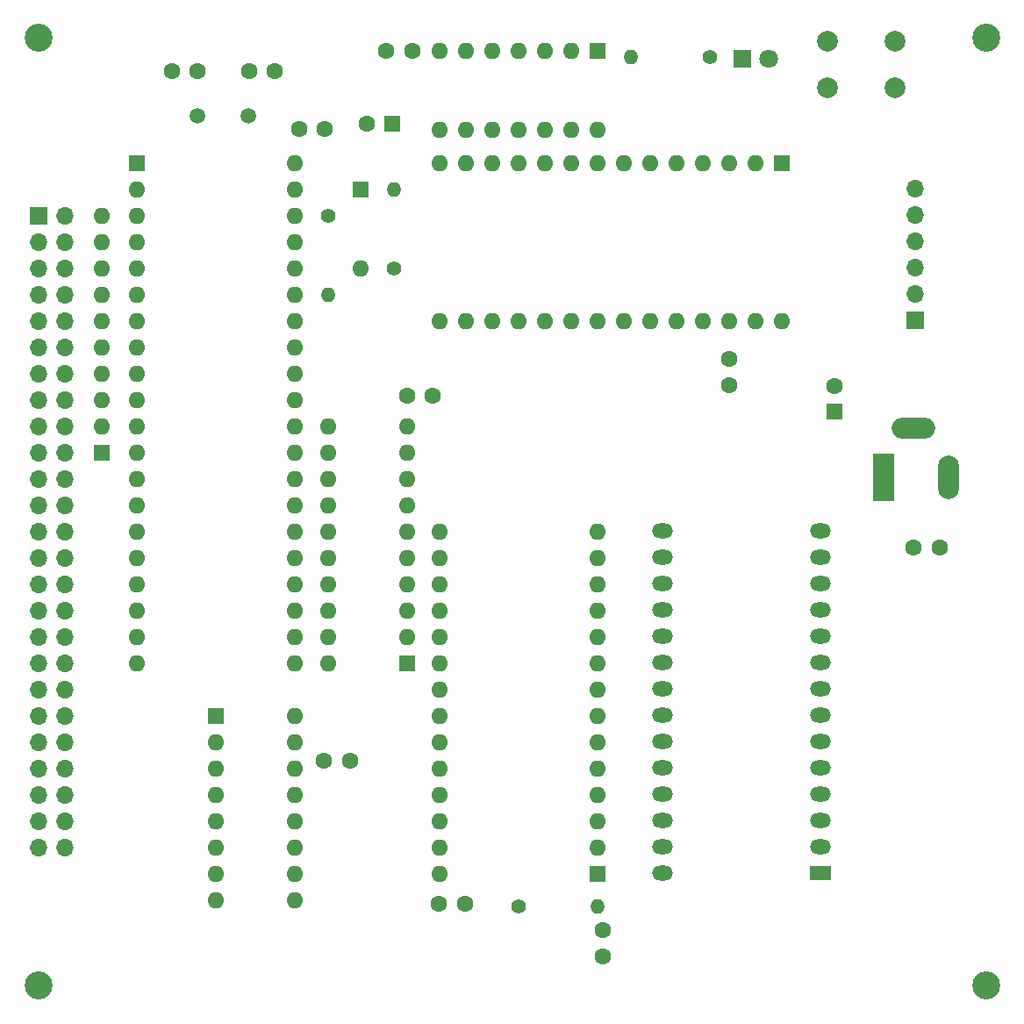
<source format=gbs>
G04 #@! TF.GenerationSoftware,KiCad,Pcbnew,6.0.2*
G04 #@! TF.CreationDate,2022-02-11T23:35:56-08:00*
G04 #@! TF.ProjectId,Easy8085,45617379-3830-4383-952e-6b696361645f,rev?*
G04 #@! TF.SameCoordinates,Original*
G04 #@! TF.FileFunction,Soldermask,Bot*
G04 #@! TF.FilePolarity,Negative*
%FSLAX46Y46*%
G04 Gerber Fmt 4.6, Leading zero omitted, Abs format (unit mm)*
G04 Created by KiCad (PCBNEW 6.0.2) date 2022-02-11 23:35:56*
%MOMM*%
%LPD*%
G01*
G04 APERTURE LIST*
%ADD10C,1.600000*%
%ADD11R,1.700000X1.700000*%
%ADD12O,1.700000X1.700000*%
%ADD13R,1.600000X1.600000*%
%ADD14O,1.600000X1.600000*%
%ADD15R,2.000000X4.600000*%
%ADD16O,2.000000X4.200000*%
%ADD17O,4.200000X2.000000*%
%ADD18C,2.700000*%
%ADD19C,1.400000*%
%ADD20O,1.400000X1.400000*%
%ADD21C,2.000000*%
%ADD22R,1.800000X1.800000*%
%ADD23C,1.800000*%
%ADD24R,2.000000X1.440000*%
%ADD25O,2.000000X1.440000*%
%ADD26C,1.500000*%
G04 APERTURE END LIST*
D10*
G04 #@! TO.C,C6*
X128230000Y-75184000D03*
X125730000Y-75184000D03*
G04 #@! TD*
G04 #@! TO.C,C1*
X105537000Y-43815000D03*
X103037000Y-43815000D03*
G04 #@! TD*
G04 #@! TO.C,C2*
X110490000Y-43815000D03*
X112990000Y-43815000D03*
G04 #@! TD*
D11*
G04 #@! TO.C,J3*
X174802800Y-67900000D03*
D12*
X174802800Y-65360000D03*
X174802800Y-62820000D03*
X174802800Y-60280000D03*
X174802800Y-57740000D03*
X174802800Y-55200000D03*
G04 #@! TD*
D13*
G04 #@! TO.C,U3*
X144150000Y-41920000D03*
D14*
X141610000Y-41920000D03*
X139070000Y-41920000D03*
X136530000Y-41920000D03*
X133990000Y-41920000D03*
X131450000Y-41920000D03*
X128910000Y-41920000D03*
X128910000Y-49540000D03*
X131450000Y-49540000D03*
X133990000Y-49540000D03*
X136530000Y-49540000D03*
X139070000Y-49540000D03*
X141610000Y-49540000D03*
X144150000Y-49540000D03*
G04 #@! TD*
D15*
G04 #@! TO.C,J2*
X171704000Y-83058000D03*
D16*
X178004000Y-83058000D03*
D17*
X174604000Y-78258000D03*
G04 #@! TD*
D18*
G04 #@! TO.C,H4*
X181610000Y-132080000D03*
G04 #@! TD*
D19*
G04 #@! TO.C,R4*
X136525000Y-124460000D03*
D20*
X144145000Y-124460000D03*
G04 #@! TD*
D10*
G04 #@! TO.C,C9*
X117729000Y-110363000D03*
X120229000Y-110363000D03*
G04 #@! TD*
G04 #@! TO.C,C12*
X144653000Y-126746000D03*
X144653000Y-129246000D03*
G04 #@! TD*
G04 #@! TO.C,C5*
X123718000Y-41910000D03*
X126218000Y-41910000D03*
G04 #@! TD*
D21*
G04 #@! TO.C,SW1*
X172795000Y-45430000D03*
X166295000Y-45430000D03*
X172795000Y-40930000D03*
X166295000Y-40930000D03*
G04 #@! TD*
D19*
G04 #@! TO.C,R2*
X118110000Y-57785000D03*
D20*
X118110000Y-65405000D03*
G04 #@! TD*
D10*
G04 #@! TO.C,C7*
X156845000Y-71628000D03*
X156845000Y-74128000D03*
G04 #@! TD*
D19*
G04 #@! TO.C,R3*
X154940000Y-42480000D03*
D20*
X147320000Y-42480000D03*
G04 #@! TD*
D13*
G04 #@! TO.C,RN1*
X96266000Y-80645000D03*
D14*
X96266000Y-78105000D03*
X96266000Y-75565000D03*
X96266000Y-73025000D03*
X96266000Y-70485000D03*
X96266000Y-67945000D03*
X96266000Y-65405000D03*
X96266000Y-62865000D03*
X96266000Y-60325000D03*
X96266000Y-57785000D03*
G04 #@! TD*
D10*
G04 #@! TO.C,C10*
X174625000Y-89789000D03*
X177125000Y-89789000D03*
G04 #@! TD*
D22*
G04 #@! TO.C,LED1*
X158115000Y-42680000D03*
D23*
X160655000Y-42680000D03*
G04 #@! TD*
D11*
G04 #@! TO.C,J1*
X90165000Y-57840000D03*
D12*
X92705000Y-57840000D03*
X90165000Y-60380000D03*
X92705000Y-60380000D03*
X90165000Y-62920000D03*
X92705000Y-62920000D03*
X90165000Y-65460000D03*
X92705000Y-65460000D03*
X90165000Y-68000000D03*
X92705000Y-68000000D03*
X90165000Y-70540000D03*
X92705000Y-70540000D03*
X90165000Y-73080000D03*
X92705000Y-73080000D03*
X90165000Y-75620000D03*
X92705000Y-75620000D03*
X90165000Y-78160000D03*
X92705000Y-78160000D03*
X90165000Y-80700000D03*
X92705000Y-80700000D03*
X90165000Y-83240000D03*
X92705000Y-83240000D03*
X90165000Y-85780000D03*
X92705000Y-85780000D03*
X90165000Y-88320000D03*
X92705000Y-88320000D03*
X90165000Y-90860000D03*
X92705000Y-90860000D03*
X90165000Y-93400000D03*
X92705000Y-93400000D03*
X90165000Y-95940000D03*
X92705000Y-95940000D03*
X90165000Y-98480000D03*
X92705000Y-98480000D03*
X90165000Y-101020000D03*
X92705000Y-101020000D03*
X90165000Y-103560000D03*
X92705000Y-103560000D03*
X90165000Y-106100000D03*
X92705000Y-106100000D03*
X90165000Y-108640000D03*
X92705000Y-108640000D03*
X90165000Y-111180000D03*
X92705000Y-111180000D03*
X90165000Y-113720000D03*
X92705000Y-113720000D03*
X90165000Y-116260000D03*
X92705000Y-116260000D03*
X90165000Y-118800000D03*
X92705000Y-118800000D03*
G04 #@! TD*
D13*
G04 #@! TO.C,U1*
X99695000Y-52705000D03*
D14*
X99695000Y-55245000D03*
X99695000Y-57785000D03*
X99695000Y-60325000D03*
X99695000Y-62865000D03*
X99695000Y-65405000D03*
X99695000Y-67945000D03*
X99695000Y-70485000D03*
X99695000Y-73025000D03*
X99695000Y-75565000D03*
X99695000Y-78105000D03*
X99695000Y-80645000D03*
X99695000Y-83185000D03*
X99695000Y-85725000D03*
X99695000Y-88265000D03*
X99695000Y-90805000D03*
X99695000Y-93345000D03*
X99695000Y-95885000D03*
X99695000Y-98425000D03*
X99695000Y-100965000D03*
X114935000Y-100965000D03*
X114935000Y-98425000D03*
X114935000Y-95885000D03*
X114935000Y-93345000D03*
X114935000Y-90805000D03*
X114935000Y-88265000D03*
X114935000Y-85725000D03*
X114935000Y-83185000D03*
X114935000Y-80645000D03*
X114935000Y-78105000D03*
X114935000Y-75565000D03*
X114935000Y-73025000D03*
X114935000Y-70485000D03*
X114935000Y-67945000D03*
X114935000Y-65405000D03*
X114935000Y-62865000D03*
X114935000Y-60325000D03*
X114935000Y-57785000D03*
X114935000Y-55245000D03*
X114935000Y-52705000D03*
G04 #@! TD*
D18*
G04 #@! TO.C,H2*
X90170000Y-132080000D03*
G04 #@! TD*
G04 #@! TO.C,H1*
X90170000Y-40640000D03*
G04 #@! TD*
D24*
G04 #@! TO.C,U7*
X165642500Y-121200000D03*
D25*
X165642500Y-118660000D03*
X165642500Y-116120000D03*
X165642500Y-113580000D03*
X165642500Y-111040000D03*
X165642500Y-108500000D03*
X165642500Y-105960000D03*
X165642500Y-103420000D03*
X165642500Y-100880000D03*
X165642500Y-98340000D03*
X165642500Y-95800000D03*
X165642500Y-93260000D03*
X165642500Y-90720000D03*
X165642500Y-88180000D03*
X150402500Y-88180000D03*
X150402500Y-90720000D03*
X150402500Y-93260000D03*
X150402500Y-95800000D03*
X150402500Y-98340000D03*
X150402500Y-100880000D03*
X150402500Y-103420000D03*
X150402500Y-105960000D03*
X150402500Y-108500000D03*
X150402500Y-111040000D03*
X150402500Y-113580000D03*
X150402500Y-116120000D03*
X150402500Y-118660000D03*
X150402500Y-121200000D03*
G04 #@! TD*
D13*
G04 #@! TO.C,U4*
X107310000Y-106050000D03*
D14*
X107310000Y-108590000D03*
X107310000Y-111130000D03*
X107310000Y-113670000D03*
X107310000Y-116210000D03*
X107310000Y-118750000D03*
X107310000Y-121290000D03*
X107310000Y-123830000D03*
X114930000Y-123830000D03*
X114930000Y-121290000D03*
X114930000Y-118750000D03*
X114930000Y-116210000D03*
X114930000Y-113670000D03*
X114930000Y-111130000D03*
X114930000Y-108590000D03*
X114930000Y-106050000D03*
G04 #@! TD*
D13*
G04 #@! TO.C,C8*
X167005000Y-76726394D03*
D10*
X167005000Y-74226394D03*
G04 #@! TD*
D19*
G04 #@! TO.C,R1*
X124460000Y-62865000D03*
D20*
X124460000Y-55245000D03*
G04 #@! TD*
D10*
G04 #@! TO.C,C4*
X115316000Y-49403000D03*
X117816000Y-49403000D03*
G04 #@! TD*
D13*
G04 #@! TO.C,U5*
X125720000Y-100960000D03*
D14*
X125720000Y-98420000D03*
X125720000Y-95880000D03*
X125720000Y-93340000D03*
X125720000Y-90800000D03*
X125720000Y-88260000D03*
X125720000Y-85720000D03*
X125720000Y-83180000D03*
X125720000Y-80640000D03*
X125720000Y-78100000D03*
X118100000Y-78100000D03*
X118100000Y-80640000D03*
X118100000Y-83180000D03*
X118100000Y-85720000D03*
X118100000Y-88260000D03*
X118100000Y-90800000D03*
X118100000Y-93340000D03*
X118100000Y-95880000D03*
X118100000Y-98420000D03*
X118100000Y-100960000D03*
G04 #@! TD*
D13*
G04 #@! TO.C,C3*
X124333000Y-48895000D03*
D10*
X121833000Y-48895000D03*
G04 #@! TD*
D13*
G04 #@! TO.C,U6*
X144150000Y-121280000D03*
D14*
X144150000Y-118740000D03*
X144150000Y-116200000D03*
X144150000Y-113660000D03*
X144150000Y-111120000D03*
X144150000Y-108580000D03*
X144150000Y-106040000D03*
X144150000Y-103500000D03*
X144150000Y-100960000D03*
X144150000Y-98420000D03*
X144150000Y-95880000D03*
X144150000Y-93340000D03*
X144150000Y-90800000D03*
X144150000Y-88260000D03*
X128910000Y-88260000D03*
X128910000Y-90800000D03*
X128910000Y-93340000D03*
X128910000Y-95880000D03*
X128910000Y-98420000D03*
X128910000Y-100960000D03*
X128910000Y-103500000D03*
X128910000Y-106040000D03*
X128910000Y-108580000D03*
X128910000Y-111120000D03*
X128910000Y-113660000D03*
X128910000Y-116200000D03*
X128910000Y-118740000D03*
X128910000Y-121280000D03*
G04 #@! TD*
D13*
G04 #@! TO.C,D1*
X121285000Y-55250000D03*
D14*
X121285000Y-62870000D03*
G04 #@! TD*
D26*
G04 #@! TO.C,Y1*
X110400000Y-48133000D03*
X105520000Y-48133000D03*
G04 #@! TD*
D10*
G04 #@! TO.C,C11*
X131318000Y-124206000D03*
X128818000Y-124206000D03*
G04 #@! TD*
D13*
G04 #@! TO.C,U2*
X161930000Y-52710000D03*
D14*
X159390000Y-52710000D03*
X156850000Y-52710000D03*
X154310000Y-52710000D03*
X151770000Y-52710000D03*
X149230000Y-52710000D03*
X146690000Y-52710000D03*
X144150000Y-52710000D03*
X141610000Y-52710000D03*
X139070000Y-52710000D03*
X136530000Y-52710000D03*
X133990000Y-52710000D03*
X131450000Y-52710000D03*
X128910000Y-52710000D03*
X128910000Y-67950000D03*
X131450000Y-67950000D03*
X133990000Y-67950000D03*
X136530000Y-67950000D03*
X139070000Y-67950000D03*
X141610000Y-67950000D03*
X144150000Y-67950000D03*
X146690000Y-67950000D03*
X149230000Y-67950000D03*
X151770000Y-67950000D03*
X154310000Y-67950000D03*
X156850000Y-67950000D03*
X159390000Y-67950000D03*
X161930000Y-67950000D03*
G04 #@! TD*
D18*
G04 #@! TO.C,H3*
X181610000Y-40640000D03*
G04 #@! TD*
M02*

</source>
